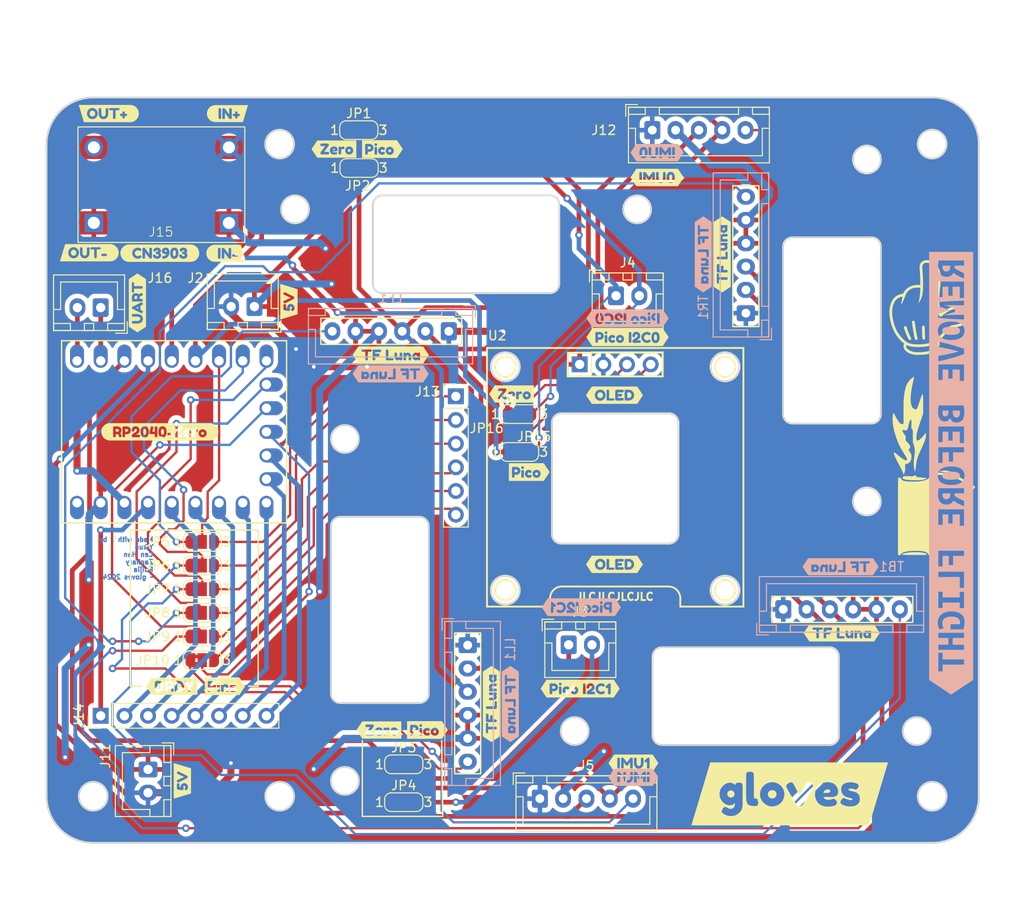
<source format=kicad_pcb>
(kicad_pcb (version 20221018) (generator pcbnew)
  (layers (0 "F.Cu" signal) (31 "B.Cu" signal) (34 "B.Paste" user) (35 "F.Paste" user) (36 "B.SilkS" user "B.Silkscreen") (37 "F.SilkS" user "F.Silkscreen") (38 "B.Mask" user) (39 "F.Mask" user) (44 "Edge.Cuts" user))
  (net 0 "")
  (net 1 "+5V")
  (net 2 "IMU1_SDA")
  (net 3 "IMU1_SCL")
  (net 4 "GND")
  (net 5 "LIDAR_B_DRDY")
  (net 6 "PICO_SDA1")
  (net 7 "PICO_SCL1")
  (net 8 "PICO_SDA0")
  (net 9 "PICO_SCL0")
  (net 10 "IMU1_DRDY")
  (net 11 "IMU0_SDA")
  (net 12 "IMU0_SCL")
  (net 13 "LIDAR_L_DRDY")
  (net 14 "LIDAR_F_DRDY")
  (net 15 "LIDAR_R_DRDY")
  (net 16 "OLED_SCL")
  (net 17 "OLED_SDA")
  (net 18 "IMU0_DRDY")
  (net 19 "Net-(J13-Pin_1)")
  (net 20 "Net-(J13-Pin_2)")
  (net 21 "Net-(J13-Pin_3)")
  (net 22 "Net-(J13-Pin_4)")
  (net 23 "Net-(J13-Pin_5)")
  (net 24 "Net-(J13-Pin_6)")
  (net 25 "Net-(J14-Pin_1)")
  (net 26 "Net-(J14-Pin_2)")
  (net 27 "Net-(J14-Pin_3)")
  (net 28 "Net-(J14-Pin_4)")
  (net 29 "Net-(J14-Pin_5)")
  (net 30 "Net-(J14-Pin_6)")
  (net 31 "Net-(J14-Pin_7)")
  (net 32 "Net-(J14-Pin_8)")
  (net 33 "+3.3V")
  (net 34 "ZERO_RX0_PICO_TX")
  (net 35 "ZERO_TX0_PICO_RX")
  (net 36 "ZERO_SDA0")
  (net 37 "ZERO_SCL0")
  (net 38 "ZERO_SDA1")
  (net 39 "ZERO_SCL1")
  (net 40 "Net-(JP5-C)")
  (net 41 "Net-(JP6-C)")
  (net 42 "Net-(JP7-C)")
  (net 43 "Net-(JP8-C)")
  (net 44 "Net-(JP9-C)")
  (net 45 "Net-(JP10-C)")
  (footprint "kibuzzard-65B88CBD" (layer "F.Cu") (at 107.315 85.725)
    (fp_text reference "kibuzzard-65B88CBD" hide)
    (fp_text value "G***" hide)
  )
  (footprint "kibuzzard-65B88AB7" (layer "F.Cu") (at 107.95 131.445)
    (fp_text reference "kibuzzard-65B88AB7" hide)
    (fp_text value "G***" hide)
  )
  (footprint "Connector_PinHeader_2.54mm:PinHeader_1x06_P2.54mm_Vertical" (layer "F.Cu") (at 88.9 92.075)
    (fp_text reference "J13")
    (fp_text value "Conn_01x06_Pin")
  )
  (footprint "Jumper:SolderJumper-3_P1.3mm_Bridged2Bar12_RoundedPad1.0x1.5mm_NumberLabels" (layer "F.Cu") (at 95.728 98.044)
    (fp_text reference "JP15")
    (fp_text value "SolderJumper_3_Bridged12")
  )
  (footprint "Jumper:SolderJumper-3_P1.3mm_Bridged2Bar12_RoundedPad1.0x1.5mm_NumberLabels" (layer "F.Cu") (at 61.692 107.696)
    (fp_text reference "JP5")
    (fp_text value "DRDY_SJumper")
  )
  (footprint "kibuzzard-65B88A26" (layer "F.Cu") (at 64.135 123.19)
    (fp_text reference "kibuzzard-65B88A26" hide)
    (fp_text value "G***" hide)
  )
  (footprint "kibuzzard-65B88EA6" (layer "F.Cu") (at 124.714 134.747)
    (fp_text reference "kibuzzard-65B88EA6" hide)
    (fp_text value "G***" hide)
  )
  (footprint "kibuzzard-65B88AD7" (layer "F.Cu") (at 57.15 95.885)
    (fp_text reference "kibuzzard-65B88AD7" hide)
    (fp_text value "G***" hide)
  )
  (footprint "kibuzzard-65B88C1A" (layer "F.Cu") (at 85.852 127.889)
    (fp_text reference "kibuzzard-65B88C1A" hide)
    (fp_text value "G***" hide)
  )
  (footprint "kibuzzard-65B88D4B" (layer "F.Cu") (at 81.915 87.63)
    (fp_text reference "kibuzzard-65B88D4B" hide)
    (fp_text value "G***" hide)
  )
  (footprint "kibuzzard-65B88B83" (layer "F.Cu") (at 70.993 81.915 90)
    (fp_text reference "kibuzzard-65B88B83" hide)
    (fp_text value "G***" hide)
  )
  (footprint "kibuzzard-65B88CCD" (layer "F.Cu") (at 102.235 123.444)
    (fp_text reference "kibuzzard-65B88CCD" hide)
    (fp_text value "G***" hide)
  )
  (footprint "RCJ-components:CN3903" (layer "F.Cu") (at 64.561732 73.464423 180)
    (fp_text reference "J15")
    (fp_text value "CN3903")
  )
  (footprint "Jumper:SolderJumper-3_P1.3mm_Bridged2Bar12_RoundedPad1.0x1.5mm_NumberLabels" (layer "F.Cu") (at 78.486 63.5)
    (fp_text reference "JP1")
    (fp_text value "SolderJumper_3_Bridged12")
  )
  (footprint "kibuzzard-65B88B83" (layer "F.Cu") (at 59.563 133.35 90)
    (fp_text reference "kibuzzard-65B88B83" hide)
    (fp_text value "G***" hide)
  )
  (footprint "Connector_JST:JST_XH_B2B-XH-A_1x02_P2.50mm_Vertical" (layer "F.Cu") (at 101.005 118.745)
    (fp_text reference "J3")
    (fp_text value "Pico-I2C1")
  )
  (footprint "Jumper:SolderJumper-3_P1.3mm_Bridged2Bar12_RoundedPad1.0x1.5mm_NumberLabels" (layer "F.Cu") (at 83.312 135.636)
    (fp_text reference "JP4")
    (fp_text value "SolderJumper_3_Bridged12")
  )
  (footprint "kibuzzard-65B88D4B" (layer "F.Cu") (at 130.302 117.475)
    (fp_text reference "kibuzzard-65B88D4B" hide)
    (fp_text value "G***" hide)
  )
  (footprint "kibuzzard-65B88C1A" (layer "F.Cu") (at 96.774 100.203)
    (fp_text reference "kibuzzard-65B88C1A" hide)
    (fp_text value "G***" hide)
  )
  (footprint "Jumper:SolderJumper-3_P1.3mm_Bridged2Bar12_RoundedPad1.0x1.5mm_NumberLabels" (layer "F.Cu") (at 61.692 120.396)
    (fp_text reference "JP10")
    (fp_text value "DRDY_SJumper")
  )
  (footprint "Jumper:SolderJumper-3_P1.3mm_Bridged2Bar12_RoundedPad1.0x1.5mm_NumberLabels" (layer "F.Cu") (at 78.516 67.564)
    (fp_text reference "JP2")
    (fp_text value "SolderJumper_3_Bridged12")
  )
  (footprint "Jumper:SolderJumper-3_P1.3mm_Bridged2Bar12_RoundedPad1.0x1.5mm_NumberLabels" (layer "F.Cu") (at 61.692 110.236)
    (fp_text reference "JP6")
    (fp_text value "DRDY_SJumper")
  )
  (footprint "kibuzzard-65B88C0A" (layer "F.Cu") (at 80.645 127.889)
    (fp_text reference "kibuzzard-65B88C0A" hide)
    (fp_text value "G***" hide)
  )
  (footprint "kibuzzard-65B88A19" (layer "F.Cu") (at 58.42 123.19)
    (fp_text reference "kibuzzard-65B88A19" hide)
    (fp_text value "G***" hide)
  )
  (footprint "Connector_JST:JST_XH_B2B-XH-A_1x02_P2.50mm_Vertical" (layer "F.Cu") (at 106.085 81.28)
    (fp_text reference "J4")
    (fp_text value "Pico-I2C2")
  )
  (footprint "Connector_JST:JST_XH_B5B-XH-A_1x05_P2.50mm_Vertical" (layer "F.Cu") (at 97.91 135.255)
    (fp_text reference "J5")
    (fp_text value "IMU1")
  )
  (footprint "kibuzzard-65B88E1E" (layer "F.Cu") (at 105.918 91.948)
    (fp_text reference "kibuzzard-65B88E1E" hide)
    (fp_text value "G***" hide)
  )
  (footprint "kibuzzard-65B88C0A" (layer "F.Cu") (at 75.819 65.532)
    (fp_text reference "kibuzzard-65B88C0A" hide)
    (fp_text value "G***" hide)
  )
  (footprint "Connector_JST:JST_XH_B5B-XH-A_1x05_P2.50mm_Vertical" (layer "F.Cu") (at 109.975 63.5)
    (fp_text reference "J12")
    (fp_text value "IMU0")
  )
  (footprint "Connector_JST:JST_XH_B2B-XH-A_1x02_P2.50mm_Vertical" (layer "F.Cu") (at 55.88 132.12 -90)
    (fp_text reference "J11")
    (fp_text value "5V")
  )
  (footprint "Connector_JST:JST_XH_B2B-XH-A_1x02_P2.50mm_Vertical" (layer "F.Cu") (at 67.29 82.44 180)
    (fp_text reference "J2")
    (fp_text value "5V")
  )
  (footprint "Connector_JST:JST_XH_B2B-XH-A_1x02_P2.50mm_Vertical" (layer "F.Cu") (at 50.8 82.55 180)
    (fp_text reference "J16")
    (fp_text value "Top_UART-JST-XH-1x02")
  )
  (footprint "Jumper:SolderJumper-3_P1.3mm_Bridged2Bar12_RoundedPad1.0x1.5mm_NumberLabels" (layer "F.Cu") (at 95.728 93.98)
    (fp_text reference "JP16")
    (fp_text value "SolderJumper_3_Bridged12")
  )
  (footprint "kibuzzard-65B88E1E" (layer "F.Cu") (at 105.918 110.109)
    (fp_text reference "kibuzzard-65B88E1E" hide)
    (fp_text value "G***" hide)
  )
  (footprint "kibuzzard-65B88B43" (layer "F.Cu") (at 54.737 82.042 90)
    (fp_text reference "kibuzzard-65B88B43" hide)
    (fp_text value "G***" hide)
  )
  (footprint "kibuzzard-65B88C0A" (layer "F.Cu") (at 94.869 91.821)
    (fp_text reference "kibuzzard-65B88C0A" hide)
    (fp_text value "G***" hide)
  )
  (footprint "Jumper:SolderJumper-3_P1.3mm_Bridged2Bar12_RoundedPad1.0x1.5mm_NumberLabels" (layer "F.Cu") (at 61.692 115.316)
    (fp_text reference "JP8")
    (fp_text value "DRDY_SJumper")
  )
  (footprint "RCJ-components:rp2040-zero-tht-pads" (layer "F.Cu") (at 58.42 95.885 90)
    (fp_text reference "U1" hide)
    (fp_text value "rp2040-zero" hide)
  )
  (footprint "kibuzzard-65B88A9E" (layer "F.Cu") (at 110.49 68.58)
    (fp_text reference "kibuzzard-65B88A9E" hide)
    (fp_text value "G***" hide)
  )
  (footprint "Jumper:SolderJumper-3_P1.3mm_Bridged2Bar12_RoundedPad1.0x1.5mm_NumberLabels" (layer "F.Cu") (at 61.692 112.776)
    (fp_text reference "JP7")
    (fp_text value "DRDY_SJumper")
  )
  (footprint "RCJ-components:mickey-gloves-10" (layer "F.Cu") (at 139.7508 83.0072)
    (fp_text reference "G***" hide)
    (fp_text value "LOGO" hide)
  )
  (footprint "Jumper:SolderJumper-3_P1.3mm_Bridged2Bar12_RoundedPad1.0x1.5mm_NumberLabels" (layer "F.Cu") (at 83.312 131.572)
    (fp_text reference "JP3")
    (fp_text value "SolderJumper_3_Bridged12")
  )
  (footprint "Connector_PinHeader_2.54mm:PinHeader_1x08_P2.54mm_Vertical" (layer "F.Cu") (at 50.8 126.365 90)
    (fp_text reference "J14")
    (fp_text value "Conn_01x08_Pin")
  )
  (footprint "kibuzzard-65B88C1A" (layer "F.Cu") (at 81.026 65.532)
    (fp_text reference "kibuzzard-65B88C1A" hide)
    (fp_text value "G***" hide)
  )
  (footprint "kibuzzard-65B88D4B" (layer "F.Cu") (at 92.71 125.095 90)
    (fp_text reference "kibuzzard-65B88D4B" hide)
    (fp_text value "G***" hide)
  )
  (footprint "Connector_PinHeader_2.54mm:PinHeader_1x04_P2.54mm_Vertical" (layer "F.Cu") (at 102.1842 88.646 90)
    (fp_text reference "U2")
    (fp_text value "OLED")
  )
  (footprint "Jumper:SolderJumper-3_P1.3mm_Bridged2Bar12_RoundedPad1.0x1.5mm_NumberLabels" (layer "F.Cu") (at 61.692 117.856)
    (fp_text reference "JP9")
    (fp_text value "DRDY_SJumper")
  )
  (footprint "kibuzzard-65B88D4B" (layer "F.Cu") (at 117.475 76.835 90)
    (fp_text reference "kibuzzard-65B88D4B" hide)
    (fp_text value "G***" hide)
  )
  (footprint "RCJ-components:lipofire-20h" (layer "F.Cu") (at 139.446 99.949)
    (fp_text reference "G***" hide)
    (fp_text value "LOGO" hide)
  )
  (footprint "kibuzzard-65B88CCD" (layer "B.Cu") (at 102.362 114.7064 180)
    (fp_text reference "kibuzzard-65B88CCD" hide)
    (fp_text value "G***" hide)
  )
  (footprint "kibuzzard-65B88A9E" (layer "B.Cu") (at 110.49 65.913 180)
    (fp_text reference "kibuzzard-65B88A9E" hide)
    (fp_text value "G***" hide)
  )
  (footprint "kibuzzard-65B88D4B" (layer "B.Cu") (at 115.443 76.835 -90)
    (fp_text reference "kibuzzard-65B88D4B" hide)
    (fp_text value "G***" hide)
  )
  (footprint "Connector_JST:JST_XH_B6B-XH-A_1x06_P2.50mm_Vertical" (layer "B.Cu") (at 120.015 83.145 90)
    (fp_text reference "TR1")
    (fp_text value "TF-Luna Right")
  )
  (footprint "kibuzzard-65B88AB7" (layer "B.Cu") (at 107.95 132.969 180)
    (fp_text reference "kibuzzard-65B88AB7" hide)
    (fp_text value "G***" hide)
  )
  (footprint "kibuzzard-65B8A084" (layer "B.Cu") (at 142.0368 100.33 -90)
    (fp_text reference "kibuzzard-65B8A084" hide)
    (fp_text value "G***" hide)
  )
  (footprint "Connector_JST:JST_XH_B6B-XH-A_1x06_P2.50mm_Vertical" (layer "B.Cu") (at 90.17 118.785 -90)
    (fp_text reference "LL1")
    (fp_text value "TF-Luna Left")
  )
  (footprint "kibuzzard-65B88D4B" (layer "B.Cu") (at 94.742 125.095 -90)
    (fp_text reference "kibuzzard-65B88D4B" hide)
    (fp_text value "G***" hide)
  )
  (footprint "kibuzzard-65B88D4B" (layer "B.Cu") (at 130.175 110.363 180)
    (fp_text reference "kibuzzard-65B88D4B" hide)
    (fp_text value "G***" hide)
  )
  (footprint "Connector_JST:JST_XH_B6B-XH-A_1x06_P2.50mm_Vertical" (layer "B.Cu") (at 124.025 114.935)
    (fp_text reference "TB1")
    (fp_text value "TF-Luna Back")
  )
  (footprint "Connector_JST:JST_XH_B6B-XH-A_1x06_P2.50mm_Vertical" (layer "B.Cu") (at 88.145 85.09 180)
    (fp_text reference "LF1")
    (fp_text value "TF-Luna Front")
  )
  (footprint "kibuzzard-65B88D4B" (layer "B.Cu") (at 81.915 89.662 180)
    (fp_text reference "kibuzzard-65B88D4B" hide)
    (fp_text value "G***" hide)
  )
  (footprint "kibuzzard-65B88CBD" (layer "B.Cu") (at 107.315 83.693 180)
    (fp_text reference "kibuzzard-65B88CBD" hide)
    (fp_text value "G***" hide)
  )
  (gr_line (start 111.78 93.9) (end 100.208 93.9) (stroke (width 0.2)) (layer "F.SilkS"))
  (gr_line (start 111.073962 87.389125) (end 100.913962 87.389125) (stroke (width 0.2)) (layer "F.SilkS"))
  (gr_line (start 67.691 123.19) (end 66.675 123.19) (stroke (width 0.15)) (layer "F.SilkS"))
  (gr_circle (center 102.183962 88.659125) (end 101.853762 88.659125) (stroke (width 0.2)) (fill none) (layer "F.SilkS"))
  (gr_line (start 99.008962 114.643325) (end 99.008962 113.754325) (stroke (width 0.2)) (layer "F.SilkS"))
  (gr_line (start 78.867 129.032) (end 78.867 137.16) (stroke (width 0.15)) (layer "F.SilkS"))
  (gr_line (start 87.249 137.16) (end 87.503 137.16) (stroke (width 0.15)) (layer "F.SilkS"))
  (gr_rect (start 46.609 86.106) (end 70.739 105.664) (stroke (width 0.15)) (fill none) (layer "F.SilkS"))
  (gr_line (start 92.239862 86.881125) (end 92.239862 114.643325) (stroke (width 0.2)) (layer "F.SilkS"))
  (gr_line (start 100.208 107.878) (end 111.78 107.878) (stroke (width 0.2)) (layer "F.SilkS"))
  (gr_circle (center 117.779562 112.878025) (end 116.674662 112.878025) (stroke (width 0.2)) (fill none) (layer "F.SilkS"))
  (gr_line (start 111.073962 88.059125) (end 111.073962 87.389125) (stroke (width 0.2)) (layer "F.SilkS"))
  (gr_line (start 87.503 137.16) (end 87.376 129.032) (stroke (width 0.15)) (layer "F.SilkS"))
  (gr_circle (center 94.208362 88.900425) (end 93.103462 88.900425) (stroke (width 0.2)) (fill none) (layer "F.SilkS"))
  (gr_circle (center 94.208362 112.878025) (end 93.103462 112.878025) (stroke (width 0.2)) (fill none) (layer "F.SilkS"))
  (gr_arc (start 100.208 107.878) (mid 99.500893 107.585107) (end 99.208 106.878) (stroke (width 0.2)) (layer "F.SilkS"))
  (gr_circle (center 94.208 112.878) (end 92.658 112.878) (stroke (width 0.2)) (fill none) (layer "F.SilkS"))
  (gr_line (start 53.975 106.426) (end 67.691 106.426) (stroke (width 0.15)) (layer "F.SilkS"))
  (gr_circle (center 117.78 112.878) (end 116.23 112.878) (stroke (width 0.2)) (fill none) (layer "F.SilkS"))
  (gr_line (start 100.278962 112.484325) (end 111.708962 112.484325) (stroke (width 0.2)) (layer "F.SilkS"))
  (gr_arc (start 99.208 94.9) (mid 99.500893 94.192893) (end 100.208 93.9) (stroke (width 0.2)) (layer "F.SilkS"))
  (gr_rect (start 118.618 69.469) (end 121.412 84.582) (stroke (width 0.15)) (fill none) (layer "F.SilkS"))
  (gr_line (start 111.073962 89.259125) (end 111.073962 88.059125) (stroke (width 0.2)) (layer "F.SilkS"))
  (gr_line (start 112.78 106.878) (end 112.78 94.9) (stroke (width 0.2)) (layer "F.SilkS"))
  (gr_line (start 100.913962 89.929125) (end 111.073962 89.929125) (stroke (width 0.2)) (layer "F.SilkS"))
  (gr_line (start 111.073962 89.929125) (end 111.073962 89.259125) (stroke (width 0.2)) (layer "F.SilkS"))
  (gr_line (start 100.913962 87.389125) (end 100.913962 88.059125) (stroke (width 0.2)) (layer "F.SilkS"))
  (gr_line (start 55.245 123.19) (end 53.975 123.19) (stroke (width 0.15)) (layer "F.SilkS"))
  (gr_rect (start 74.422 83.693) (end 89.535 86.487) (stroke (width 0.15)) (fill none) (layer "F.SilkS"))
  (gr_line (start 119.748062 86.881125) (end 92.239862 86.881125) (stroke (width 0.2)) (layer "F.SilkS"))
  (gr_circle (center 94.208 88.9) (end 92.658 88.9) (stroke (width 0.2)) (fill none) (layer "F.SilkS"))
  (gr_circle (center 117.78 88.9) (end 116.23 88.9) (stroke (width 0.2)) (fill none) (layer "F.SilkS"))
  (gr_line (start 112.978962 113.754325) (end 112.978962 114.643325) (stroke (width 0.2)) (layer "F.SilkS"))
  (gr_arc (start 112.78 106.878) (mid 112.487107 107.585107) (end 111.78 107.878) (stroke (width 0.2)) (layer "F.SilkS"))
  (gr_line (start 119.748062 114.643325) (end 119.748062 86.881125) (stroke (width 0.2)) (layer "F.SilkS"))
  (gr_line (start 100.913962 89.259125) (end 100.913962 89.929125) (stroke (width 0.2)) (layer "F.SilkS"))
  (gr_circle (center 117.779562 88.900425) (end 116.674662 88.900425) (stroke (width 0.2)) (fill none) (layer "F.SilkS"))
  (gr_rect (start 88.773 117.475) (end 91.567 132.588) (stroke (width 0.15)) (fill none) (layer "F.SilkS"))
  (gr_circle (center 109.803962 88.659125) (end 109.473762 88.659125) (stroke (width 0.2)) (fill none) (layer "F.SilkS"))
  (gr_arc (start 111.708962 112.484325) (mid 112.607003 112.856287) (end 112.978962 113.754325) (stroke (width 0.2)) (layer "F.SilkS"))
  (gr_line (start 100.913962 88.059125) (end 100.913962 89.259125) (stroke (width 0.2)) (layer "F.SilkS"))
  (gr_circle (center 104.723962 88.659125) (end 104.393762 88.659125) (stroke (width 0.2)) (fill none) (layer "F.SilkS"))
  (gr_line (start 92.239862 114.643325) (end 99.008962 114.643325) (stroke (width 0.2)) (layer "F.SilkS"))
  (gr_line (start 99.208 94.9) (end 99.208 106.878) (stroke (width 0.2)) (layer "F.SilkS"))
  (gr_circle (center 107.263962 88.659125) (end 106.933762 88.659125) (stroke (width 0.2)) (fill none) (layer "F.SilkS"))
  (gr_arc (start 99.008962 113.754325) (mid 99.380925 112.85627) (end 100.278962 112.484325) (stroke (width 0.2)) (layer "F.SilkS"))
  (gr_line (start 112.978962 114.643325) (end 119.748062 114.643325) (stroke (width 0.2)) (layer "F.SilkS"))
  (gr_line (start 53.975 123.19) (end 53.975 106.426) (stroke (width 0.15)) (layer "F.SilkS"))
  (gr_arc (start 111.78 93.9) (mid 112.487107 94.192893) (end 112.78 94.9) (stroke (width 0.2)) (layer "F.SilkS"))
  (gr_line (start 67.691 106.426) (end 67.691 123.19) (stroke (width 0.15)) (layer "F.SilkS"))
  (gr_line (start 78.867 137.16) (end 87.249 137.16) (stroke (width 0.15)) (layer "F.SilkS"))
  (gr_rect (start 122.809 113.538) (end 137.922 116.332) (stroke (width 0.15)) (fill none) (layer "F.SilkS"))
  (gr_circle (center 117.776 88.901) (end 119.326 88.901) (stroke (width 0.2)) (fill none) (layer "Edge.Cuts"))
  (gr_line (start 100.204 93.901) (end 111.776 93.901) (stroke (width 0.2)) (layer "Edge.Cuts"))
  (gr_circle (center 50 135) (end 51.55 135) (stroke (width 0.2)) (fill none) (layer "Edge.Cuts"))
  (gr_arc (start 133.5 75) (mid 134.207107 75.292893) (end 134.5 76) (stroke (width 0.2)) (layer "Edge.Cuts"))
  (gr_circle (center 133 103.35) (end 134.5 103.35) (stroke (width 0.2)) (fill none) (layer "Edge.Cuts"))
  (gr_circle (center 77 96.65) (end 78.5 96.65) (stroke (width 0.2)) (fill none) (layer "Edge.Cuts"))
  (gr_line (start 110 128.5) (end 110 120) (stroke (width 0.2)) (layer "Edge.Cuts"))
  (gr_arc (start 45 65) (mid 46.464466 61.464466) (end 50 60) (stroke (width 0.2)) (layer "Edge.Cuts"))
  (gr_line (start 134.5 76) (end 134.5 94) (stroke (width 0.2)) (layer "Edge.Cuts"))
  (gr_arc (start 124 76) (mid 124.292893 75.292893) (end 125 75) (stroke (width 0.2)) (layer "Edge.Cuts"))
  (gr_line (start 145 135) (end 145 65) (stroke (width 0.2)) (layer "Edge.Cuts"))
  (gr_arc (start 86 124) (mid 85.707107 124.707107) (end 85 125) (stroke (width 0.2)) (layer "Edge.Cuts"))
  (gr_arc (start 129 119) (mid 129.707107 119.292893) (end 130 120) (stroke (width 0.2)) (layer "Edge.Cuts"))
  (gr_line (start 99.204 106.879) (end 99.204 94.901) (stroke (width 0.2)) (layer "Edge.Cuts"))
  (gr_arc (start 111 129.5) (mid 110.292893 129.207107) (end 110 128.5) (stroke (width 0.2)) (layer "Edge.Cuts"))
  (gr_circle (center 94.204 88.901) (end 95.754 88.901) (stroke (width 0.2)) (fill none) (layer "Edge.Cuts"))
  (gr_line (start 124 94) (end 124 76) (stroke (width 0.2)) (layer "Edge.Cuts"))
  (gr_line (start 125 75) (end 133.5 75) (stroke (width 0.2)) (layer "Edge.Cuts"))
  (gr_line (start 75.5 124) (end 75.5 106) (stroke (width 0.2)) (layer "Edge.Cuts"))
  (gr_line (start 112.776 94.901) (end 112.776 106.879) (stroke (width 0.2)) (layer "Edge.Cuts"))
  (gr_line (start 99 81) (end 81 81) (stroke (width 0.2)) (layer "Edge.Cuts"))
  (gr_arc (start 81 81) (mid 80.292893 80.707107) (end 80 80) (stroke (width 0.2)) (layer "Edge.Cuts"))
  (gr_circle (center 108.35 72) (end 109.85 72) (stroke (width 0.2)) (fill none) (layer "Edge.Cuts"))
  (gr_line (start 133.5 95) (end 125 95) (stroke (width 0.2)) (layer "Edge.Cuts"))
  (gr_arc (start 76.5 125) (mid 75.792893 124.707107) (end 75.5 124) (stroke (width 0.2)) (layer "Edge.Cuts"))
  (gr_circle (center 101.65 128) (end 103.15 128) (stroke (width 0.2)) (fill none) (layer "Edge.Cuts"))
  (gr_line (start 81 70.5) (end 99 70.5) (stroke (width 0.2)) (layer "Edge.Cuts"))
  (gr_arc (start 110 120) (mid 110.292893 119.292893) (end 111 119) (stroke (width 0.2)) (layer "Edge.Cuts"))
  (gr_arc (start 111.776 93.901) (mid 112.483107 94.193893) (end 112.776 94.901) (stroke (width 0.2)) (layer "Edge.Cuts"))
  (gr_arc (start 134.5 94) (mid 134.207107 94.707107) (end 133.5 95) (stroke (width 0.2)) (layer "Edge.Cuts"))
  (gr_circle (center 140 135) (end 141.55 135) (stroke (width 0.2)) (fill none) (layer "Edge.Cuts"))
  (gr_arc (start 99 70.5) (mid 99.707107 70.792893) (end 100 71.5) (stroke (width 0.2)) (layer "Edge.Cuts"))
  (gr_line (start 80 80) (end 80 71.5) (stroke (width 0.2)) (layer "Edge.Cuts"))
  (gr_circle (center 70 65) (end 71.55 65) (stroke (width 0.2)) (fill none) (layer "Edge.Cuts"))
  (gr_arc (start 99.204 94.901) (mid 99.496893 94.193893) (end 100.204 93.901) (stroke (width 0.2)) (layer "Edge.Cuts"))
  (gr_circle (center 70 135) (end 71.55 135) (stroke (width 0.2)) (fill none) (layer "Edge.Cuts"))
  (gr_arc (start 125 95) (mid 124.292893 94.707107) (end 124 94) (stroke (width 0.2)) (layer "Edge.Cuts"))
  (gr_circle (center 140 65) (end 141.55 65) (stroke (width 0.2)) (fill none) (layer "Edge.Cuts"))
  (gr_arc (start 140 60) (mid 143.535534 61.464466) (end 145 65) (stroke (width 0.2)) (layer "Edge.Cuts"))
  (gr_arc (start 100 80) (mid 99.707107 80.707107) (end 99 81) (stroke (width 0.2)) (layer "Edge.Cuts"))
  (gr_arc (start 145 135) (mid 143.535534 138.535534) (end 140 140) (stroke (width 0.2)) (layer "Edge.Cuts"))
  (gr_circle (center 138.35 128) (end 139.85 128) (stroke (width 0.2)) (fill none) (layer "Edge.Cuts"))
  (gr_circle (center 117.776 112.879) (end 119.326 112.879) (stroke (width 0.2)) (fill none) (layer "Edge.Cuts"))
  (gr_circle (center 133 66.65) (end 134.5 66.65) (stroke (width 0.2)) (fill none) (layer "Edge.Cuts"))
  (gr_line (start 100 71.5) (end 100 80) (stroke (width 0.2)) (layer "Edge.Cuts"))
  (gr_arc (start 130 128.5) (mid 129.707107 129.207107) (end 129 129.5) (stroke (width 0.2)) (layer "Edge.Cuts"))
  (gr_line (start 45 65) (end 45 135) (stroke (width 0.2)) (layer "Edge.Cuts"))
  (gr_circle (center 77 133.35) (end 78.5 133.35) (stroke (width 0.2)) (fill none) (layer "Edge.Cuts"))
  (gr_line (start 50 140) (end 140 140) (stroke (width 0.2)) (layer "Edge.Cuts"))
  (gr_line (start 111 119) (end 129 119) (stroke (width 0.2)) (layer "Edge.Cuts"))
  (gr_line (start 140 60) (end 50 60) (stroke (width 0.2)) (layer "Edge.Cuts"))
  (gr_arc (start 50 140) (mid 46.464466 138.535534) (end 45 135) (stroke (width 0.2)) (layer "Edge.Cuts"))
  (gr_arc (start 85 105) (mid 85.707107 105.292893) (end 86 106) (stroke (width 0.2)) (layer "Edge.Cuts"))
  (gr_arc (start 80 71.5) (mid 80.292893 70.792893) (end 81 70.5) (stroke (width 0.2)) (layer "Edge.Cuts"))
  (gr_line (start 129 129.5) (end 111 129.5) (stroke (width 0.2)) (layer "Edge.Cuts"))
  (gr_arc (start 75.5 106) (mid 75.792893 105.292893) (end 76.5 105) (stroke (width 0.2)) (layer "Edge.Cuts"))
  (gr_line (start 130 120) (end 130 128.5) (stroke (width 0.2)) (layer "Edge.Cuts"))
  (gr_arc (start 100.204 107.879) (mid 99.496893 107.586107) (end 99.204 106.879) (stroke (width 0.2)) (layer "Edge.Cuts"))
  (gr_circle (center 71.65 72) (end 73.15 72) (stroke (width 0.2)) (fill none) (layer "Edge.Cuts"))
  (gr_arc (start 112.776 106.879) (mid 112.483107 107.586107) (end 111.776 107.879) (stroke (width 0.2)) (layer "Edge.Cuts"))
  (gr_line (start 86 106) (end 86 124) (stroke (width 0.2)) (layer "Edge.Cuts"))
  (gr_circle (center 94.204 112.879) (end 95.754 112.879) (stroke (width 0.2)) (fill none) (layer "Edge.Cuts"))
  (gr_line (start 85 125) (end 76.5 125) (stroke (width 0.2)) (layer "Edge.Cuts"))
  (gr_line (start 76.5 105) (end 85 105) (stroke (width 0.2)) (layer "Edge.Cuts"))
  (gr_line (start 111.776 107.879) (end 100.204 107.879) (stroke (width 0.2)) (layer "Edge.Cuts"))
  (gr_text "Made with   by\nYikun\nCen Han\nZachary\nRuijia\n~ gloves 2024\n" (at 56.515 111.76) (layer "B.Cu") (effects (font (size 0.5 0.5) (thickness 0.125) bold) (justify left bottom mirror)))
  (gr_text "♡" (at 52.5272 107.823) (layer "B.Cu") (effects (font (size 0.6 0.6) (thickness 0.15) bold) (justify left bottom mirror)))
  (gr_text "JLCJLCJLCJLC" (at 101.727 114.046) (layer "F.SilkS") (effects (font (size 0.8 0.8) (thickness 0.2) bold) (justify left bottom)))
  (segment (start 73.66 88.9) (end 79.375 88.9) (width 0.76) (layer "F.Cu") (net 1))
  (segment (start 66.04 84.405362) (end 64.79 83.155362) (width 0.76) (layer "F.Cu") (net 1))
  (segment (start 88.145 85.09) (end 93.98 85.09) (width 0.76) (layer "F.Cu") (net 1))
  (segment (start 55.88 134.62) (end 62.865 134.62) (width 0.76) (layer "F.Cu") (net 1))
  (segment (start 64.79 83.155362) (end 64.79 82.44) (width 0.76) (layer "F.Cu") (net 1))
  (segment (start 69.165362 84.405362) (end 66.04 84.405362) (width 0.76) (layer "F.Cu") (net 1))
  (segment (start 71.755 86.995) (end 69.165362 84.405362) (width 0.76) (layer "F.Cu") (net 1))
  (segment (start 62.865 134.62) (end 64.77 132.715) (width 0.76) (layer "F.Cu") (net 1))
  (segment (start 64.77 132.715) (end 64.77 131.445) (width 0.76) (layer "F.Cu") (net 1))
  (via (at 73.66 88.9) (size 0.8) (drill 0.4) (layers "F.Cu" "B.Cu") (net 1))
  (via (at 93.98 85.09) (size 0.8) (drill 0.4) (layers "F.Cu" "B.Cu") (net 1))
  (via (at 64.77 131.445) (size 0.8) (drill 0.4) (layers "F.Cu" "B.Cu") (net 1))
  (via (at 71.755 86.995) (size 0.8) (drill 0.4) (layers "F.Cu" "B.Cu") (net 1))
  (via (at 79.375 88.9) (size 0.8) (drill 0.4) (layers "F.Cu" "B.Cu") (net 1))
  (segment (start 129.032 133.096) (end 107.569 133.096) (width 0.5) (layer "F.Cu") (net 2))
  (segment (start 83.312 132.208396) (end 85.215604 134.112) (width 0.5) (layer "F.Cu") (net 2))
  (segment (start 126.826 114.935) (end 132.588 120.697) (width 0.5) (layer "F.Cu") (net 2))
  (segment (start 96.52 132.588) (end 102.743 132.588) (width 0.5) (layer "F.Cu") (net 2))
  (segment (start 126.525 114.935) (end 126.826 114.935) (width 0.5) (layer "F.Cu") (net 2))
  (segment (start 83.312 131.572) (end 83.312 132.208396) (width 0.5) (layer "F.Cu") (net 2))
  (segment (start 85.215604 134.112) (end 94.996 134.112) (width 0.5) (layer "F.Cu") (net 2))
  (segment (start 132.588 120.697) (end 132.588 129.54) (width 0.5) (layer "F.Cu") (net 2))
  (segment (start 121.92 110.33) (end 126.525 114.935) (width 0.5) (layer "F.Cu") (net 2))
  (segment (start 94.996 134.112) (end 96.52 132.588) (width 0.5) (layer "F.Cu") (net 2))
  (segment (start 107.569 133.096) (end 105.41 135.255) (width 0.5) (layer "F.Cu") (net 2))
  (segment (start 102.743 132.588) (end 105.41 135.255) (width 0.5) (layer "F.Cu") (net 2))
  (segment (start 132.588 129.54) (end 129.032 133.096) (width 0.5) (layer "F.Cu") (net 2))
  (segment (start 120.015 80.645) (end 121.92 82.55) (width 0.5) (layer "F.Cu") (net 2))
  (segment (start 121.92 82.55) (end 121.92 110.33) (width 0.5) (layer "F.Cu") (net 2))
  (segment (start 100.584 137.16) (end 128.016 137.16) (width 0.5) (layer "F.Cu") (net 3))
  (segment (start 122.936 108.846) (end 129.025 114.935) (width 0.5) (layer "F.Cu") (net 3))
  (segment (start 100.584 137.16) (end 101.005 137.16) (width 0.5) (layer "F.Cu") (net 3))
  (segment (start 134.62 120.53) (end 129.025 114.935) (width 0.5) (layer "F.Cu") (net 3))
  (segment (start 101.005 137.16) (end 102.91 135.255) (width 0.5) (layer "F.Cu") (net 3))
  (segment (start 84.199604 137.16) (end 100.584 137.16) (width 0.5) (layer "F.Cu") (net 3))
  (segment (start 83.312 136.272396) (end 84.199604 137.16) (width 0.5) (layer "F.Cu") (net 3))
  (segment (start 120.015 78.145) (end 122.936 81.066) (width 0.5) (layer "F.Cu") (net 3))
  (segment (start 122.936 81.066) (end 122.936 108.846) (width 0.5) (layer "F.Cu") (net 3))
  (segment (start 83.312 135.636) (end 83.312 136.272396) (width 0.5) (layer "F.Cu") (net 3))
  (segment (start 134.62 130.556) (end 134.62 120.53) (width 0.5) (layer "F.Cu") (net 3))
  (segment (start 128.016 137.16) (end 134.62 130.556) (width 0.5) (layer "F.Cu") (net 3))
  (segment (start 49.53 111.76) (end 49.53 118.11) (width 0.76) (layer "F.Cu") (net 4))
  (segment (start 49.53 118.11) (end 49.53 118.745) (width 0.76) (layer "F.Cu") (net 4))
  (via (at 74.93 76.2) (size 0.8) (drill 0.4) (layers "F.Cu" "B.Cu") (net 4))
  (via (at 74.295 113.03) (size 0.8) (drill 0.4) (layers "F.Cu" "B.Cu") (net 4))
  (via (at 75.565 80.01) (size 0.8) (drill 0.4) (layers "F.Cu" "B.Cu") (net 4))
  (via (at 49.53 111.76) (size 0.8) (drill 0.4) (layers "F.Cu" "B.Cu") (net 4))
  (via (at 46.99 130.81) (size 0.8) (drill 0.4) (layers "F.Cu" "B.Cu") (net 4))
  (via (at 73.66 132.08) (size 0.8) (drill 0.4) (layers "F.Cu" "B.Cu") (net 4))
  (via (at 104.775 130.175) (size 0.8) (drill 0.4) (layers "F.Cu" "B.Cu") (net 4))
  (via (at 49.53 118.745) (size 0.8) (drill 0.4) (layers "F.Cu" "B.Cu") (net 4))
  (segment (start 74.295 91.44) (end 80.645 85.09) (width 0.76) (layer "B.Cu") (net 4))
  (segment (start 46.99 121.285) (end 46.99 130.81) (width 0.76) (layer "B.Cu") (net 4))
  (segment (start 122.555 70.605) (end 122.555 69.85) (width 0.76) (layer "B.Cu") (net 4))
  (segment (start 76.955 128.785) (end 73.66 132.08) (width 0.76) (layer "B.Cu") (net 4))
  (segment (start 74.295 113.03) (end 74.295 91.44) (width 0.76) (layer "B.Cu") (net 4))
  (segment (start 74.319162 75.589162) (end 74.93 76.2) (width 0.76) (layer "B.Cu") (net 4))
  (segment (start 120.015 73.145) (end 122.555 70.605) (width 0.76) (layer "B.Cu") (net 4))
  (segment (start 119.935 67.23) (end 116.205 67.23) (width 0.76) (layer "B.Cu") (net 4))
  (segment (start 66.686471 75.589162) (end 74.319162 75.589162) (width 0.76) (layer "B.Cu") (net 4))
  (segment (start 49.59 105.055904) (end 49.53 105.115904) (width 0.76) (layer "B.Cu") (net 4))
  (segment (start 116.205 67.23) (end 112.475 63.5) (width 0.76) (layer "B.Cu") (net 4))
  (segment (start 122.555 69.85) (end 119.935 67.23) (width 0.76) (layer "B.Cu") (net 4))
  (segment (start 64.561732 73.464423) (end 66.686471 75.589162) (width 0.76) (layer "B.Cu") (net 4))
  (segment (start 90.17 128.785) (end 76.955 128.785) (width 0.76) (layer "B.Cu") (net 4))
  (segment (start 100.41 134.54) (end 104.775 130.175) (width 0.76) (layer "B.Cu") (net 4))
  (segment (start 69.72 80.01) (end 75.565 80.01) (width 0.76) (layer "B.Cu") (net 4))
  (segment (start 49.53 105.115904) (end 49.53 111.76) (width 0.76) (layer "B.Cu") (net 4))
  (segment (start 100.41 135.255) (end 100.41 134.54) (width 0.76) (layer "B.Cu") (net 4))
  (segment (start 67.29 82.44) (end 69.72 80.01) (width 0.76) (layer "B.Cu") (net 4))
  (segment (start 49.53 118.745) (end 46.99 121.285) (width 0.76) (layer "B.Cu") (net 4))
  (segment (start 50.8 103.505) (end 49.59 104.715) (width 0.76) (layer "B.Cu") (net 4))
  (segment (start 49.59 104.715) (end 49.59 105.055904) (width 0.76) (layer "B.Cu") (net 4))
  (segment (start 58.928 112.776) (end 60.392 112.776) (width 0.25) (layer "F.Cu") (net 5))
  (via (at 58.928 112.776) (size 0.8) (drill 0.4) (layers "F.Cu" "B.Cu") (net 5))
  (segment (start 136.525 124.46) (end 121.92 139.065) (width 0.25) (layer "B.Cu") (net 5))
  (segment (start 52.07 125.095) (end 53.975 123.19) (width 0.25) (layer "B.Cu") (net 5))
  (segment (start 53.975 116.205) (end 55.88 114.3) (width 0.25) (layer "B.Cu") (net 5))
  (segment (start 63.717 132.715) (end 61.595 130.593) (width 0.25) (layer "B.Cu") (net 5))
  (segment (start 52.07 127.415425) (end 52.07 125.095) (width 0.25) (layer "B.Cu") (net 5))
  (segment (start 71.755 132.715) (end 63.717 132.715) (width 0.25) (layer "B.Cu") (net 5))
  (segment (start 57.404 114.3) (end 58.928 112.776) (width 0.25) (layer "B.Cu") (net 5))
  (segment (start 78.105 139.065) (end 71.755 132.715) (width 0.25) (layer "B.Cu") (net 5))
  (segment (start 53.975 123.19) (end 53.975 116.205) (width 0.25) (layer "B.Cu") (net 5))
  (segment (start 61.595 130.593) (end 55.247575 130.593) (width 0.25) (layer "B.Cu") (net 5))
  (segment (start 55.247575 130.593) (end 52.07 127.415425) (width 0.25) (layer "B.Cu") (net 5))
  (segment (start 121.92 139.065) (end 78.105 139.065) (width 0.25) (layer "B.Cu") (net 5))
  (segment (start 55.88 114.3) (end 57.404 114.3) (width 0.25) (layer "B.Cu") (net 5))
  (segment (start 136.525 114.935) (end 136.525 124.46) (width 0.25) (layer "B.Cu") (net 5))
  (segment (start 101.005 123.023) (end 101.005 118.745) (width 0.5) (layer "F.Cu") (net 6))
  (segment (start 90.932 133.096) (end 101.005 123.023) (width 0.5) (layer "F.Cu") (net 6))
  (segment (start 84.612 131.572) (end 86.136 133.096) (width 0.5) (layer "F.Cu") (net 6))
  (segment (start 86.136 133.096) (end 90.932 133.096) (width 0.5) (layer "F.Cu") (net 6))
  (segment (start 84.612 135.636) (end 88.9 135.636) (width 0.5) (layer "F.Cu") (net 7))
  (via (at 88.9 135.636) (size 0.8) (drill 0.4) (layers "F.Cu" "B.Cu") (net 7))
  (segment (start 103.505 122.047) (end 103.505 118.745) (width 0.5) (layer "B.Cu") (net 7))
  (segment (start 89.916 135.636) (end 103.505 122.047) (width 0.5) (layer "B.Cu") (net 7))
  (segment (start 88.9 135.636) (end 89.916 135.636) (width 0.5) (layer "B.Cu") (net 7))
  (segment (start 97.827 97.245) (end 97.827 96.52) (width 0.25) (layer "F.Cu") (net 8))
  (segment (start 97.028 98.044) (end 97.827 97.245) (width 0.25) (layer "F.Cu") (net 8))
  (segment (start 102.108 69.85) (end 95.758 63.5) (width 0.5) (layer "F.Cu") (net 8))
  (segment (start 95.758 63.5) (end 79.786 63.5) (width 0.5) (layer "F.Cu") (net 8))
  (segment (start 102.108 74.764) (end 102.108 69.85) (width 0.5) (layer "F.Cu") (net 8))
  (via (at 97.827 96.52) (size 0.8) (drill 0.4) (layers "F.Cu" "B.Cu") (net 8))
  (via (at 102.108 74.764) (size 0.8) (drill 0.4) (layers "F.Cu" "B.Cu") (net 8))
  (segment (start 106.085 80.177) (end 106.085 81.28) (width 0.5) (layer "B.Cu") (net 8))
  (segment (start 105.41 81.28) (end 106.085 81.28) (width 0.25) (layer "B.Cu") (net 8))
  (segment (start 97.827 96.52) (end 97.827 88.863) (width 0.25) (layer "B.Cu") (net 8))
  (segment (start 102.108 74.764) (end 102.108 76.2) (width 0.5) (layer "B.Cu") (net 8))
  (segment (start 102.108 76.2) (end 106.085 80.177) (width 0.5) (layer "B.Cu") (net 8))
  (segment (start 97.827 88.863) (end 105.41 81.28) (width 0.25) (layer "B.Cu") (net 8))
  (segment (start 97.573 67.564) (end 79.816 67.564) (width 0.5) (layer "F.Cu") (net 9))
  (segment (start 98.933 92.075) (end 97.028 93.98) (width 0.25) (layer "F.Cu") (net 9))
  (segment (start 100.838 70.829) (end 100.683 70.829) (width 0.5) (layer "F.Cu") (net 9))
  (segment (start 99.06 92.075) (end 98.933 92.075) (width 0.25) (layer "F.Cu") (net 9))
  (segment (start 100.838 70.829) (end 97.573 67.564) (width 0.5) (layer "F.Cu") (net 9))
  (via (at 100.838 70.829) (size 0.8) (drill 0.4) (layers "F.Cu" "B.Cu") (net 9))
  (via (at 99.06 92.075) (size 0.8) (drill 0.4) (layers "F.Cu" "B.Cu") (net 9))
  (segment (start 99.06 92.075) (end 99.06 88.9) (width 0.25) (layer "B.Cu") (net 9))
  (segment (start 107.315 83.185) (end 108.585 81.915) (width 0.25) (layer "B.Cu") (net 9))
  (segment (start 108.585 81.915) (end 108.585 81.28) (width 0.25) (layer "B.Cu") (net 9))
  (segment (start 100.838 70.829) (end 108.585 78.576) (width 0.5) (layer "B.Cu") (net 9))
  (segment (start 99.06 88.9) (end 104.775 83.185) (width 0.25) (layer "B.Cu") (net 9))
  (segment (start 104.775 83.185) (end 107.315 83.185) (width 0.25) (layer "B.Cu") (net 9))
  (segment (start 108.585 78.576) (end 108.585 81.28) (width 0.5) (layer "B.Cu") (net 9))
  (segment (start 71.12 123.19) (end 62.23 123.19) (width 0.25) (layer "F.Cu") (net 10))
  (segment (start 86.36 130.175) (end 86.233 130.175) (width 0.25) (layer "F.Cu") (net 10))
  (segment (start 74.295 126.365) (end 71.12 123.19) (width 0.25) (layer "F.Cu") (net 10))
  (segment (start 86.233 130.175) (end 82.423 126.365) (width 0.25) (layer "F.Cu") (net 10))
  (segment (start 60.392 121.352) (end 60.392 120.396) (width 0.25) (layer "F.Cu") (net 10))
  (segment (start 82.423 126.365) (end 74.295 126.365) (width 0.25) (layer "F.Cu") (net 10))
  (segment (start 62.23 123.19) (end 60.392 121.352) (width 0.25) (layer "F.Cu") (net 10))
  (via (at 86.36 130.175) (size 0.8) (drill 0.4) (layers "F.Cu" "B.Cu") (net 10))
  (segment (start 88.646 137.795) (end 105.37 137.795) (width 0.25) (layer "B.Cu") (net 10))
  (segment (start 105.37 137.795) (end 107.91 135.255) (width 0.25) (layer "B.Cu") (net 10))
  (segment (start 87.376 131.191) (end 87.376 136.525) (width 0.25) (layer "B.Cu") (net 10))
  (segment (start 87.376 136.525) (end 88.646 137.795) (width 0.25) (layer "B.Cu") (net 10))
  (segment (start 86.36 130.175) (end 87.376 131.191) (width 0.25) (layer "B.Cu") (net 10))
  (segment (start 79.141 61.595) (end 78.486 62.25) (width 0.5) (layer "F.Cu") (net 11))
  (segment (start 104.14 80.264) (end 104.14 72.136) (width 0.5) (layer "F.Cu") (net 11))
  (segment (start 92.71 120.015) (end 91.44 121.285) (width 0.5) (layer "F.Cu") (net 11))
  (segment (start 85.645 85.09) (end 91.595 91.04) (width 0.5) (layer "F.Cu") (net 11))
  (segment (start 79.883 61.595) (end 79.141 61.595) (width 0.5) (layer "F.Cu") (net 11))
  (segment (start 92.71 86.36) (end 98.044 86.36) (width 0.5) (layer "F.Cu") (net 11))
  (segment (start 91.44 121.285) (end 90.17 121.285) (width 0.5) (layer "F.Cu") (net 11))
  (segment (start 87.55 86.995) (end 92.075 86.995) (width 0.5) (layer "F.Cu") (net 11))
  (segment (start 85.645 85.09) (end 87.55 86.995) (width 0.5) (layer "F.Cu") (net 11))
  (segment (start 107.696 68.58) (end 112.395 68.58) (width 0.5) (layer "F.Cu") (net 11))
  (segment (start 78.486 62.25) (end 78.486 63.5) (width 0.5) (layer "F.Cu") (net 11))
  (segment (start 92.075 86.995) (end 92.71 86.36) (width 0.5) (layer "F.Cu") (net 11))
  (segment (start 115.57 61.595) (end 117.475 63.5) (width 0.5) (layer "F.Cu") (net 11))
  (segment (start 98.044 86.36) (end 104.14 80.264) (width 0.5) (layer "F.Cu") (net 11))
  (segment (start 92.71 115.57) (end 92.71 120.015) (width 0.5) (layer "F.Cu") (net 11))
  (segment (start 91.595 91.04) (end 91.595 114.455) (width 0.5) (layer "F.Cu") (net 11))
  (segment (start 79.883 61.595) (end 115.57 61.595) (width 0.5) (layer "F.Cu") (net 11))
  (segment (start 91.595 114.455) (end 92.71 115.57) (width 0.5) (layer "F.Cu") (net 11))
  (segment (start 104.14 72.136) (end 107.696 68.58) (width 0.5) (layer "F.Cu") (net 11))
  (segment (start 112.395 68.58) (end 117.475 63.5) (width 0.5) (layer "F.Cu") (net 11))
  (segment (start 85.685 82.55) (end 83.145 85.09) (width 0.5) (layer "F.Cu") (net 12))
  (segment (start 103.124 79.248) (end 99.822 82.55) (width 0.5) (layer "F.Cu") (net 12))
  (segment (start 78.516 67.564) (end 78.516 80.461) (width 0.5) (layer "F.Cu") (net 12))
  (segment (start 103.124 71.12) (end 103.124 79.248) (width 0.5) (layer "F.Cu") (net 12))
  (segment (start 107.188 67.056) (end 103.124 71.12) (width 0.5) (layer "F.Cu") (net 12))
  (segment (start 114.975 63.5) (end 111.419 67.056) (width 0.5) (layer "F.Cu") (net 12))
  (segment (start 99.822 82.55) (end 85.685 82.55) (width 0.5) (layer "F.Cu") (net 12))
  (segment (start 78.516 80.461) (end 83.145 85.09) (width 0.5) (layer "F.Cu") (net 12))
  (segment (start 111.419 67.056) (end 107.188 67.056) (width 0.5) (layer "F.Cu") (net 12))
  (segment (start 87.376 89.321) (end 87.376 120.991) (width 0.5) (layer "B.Cu") (net 12))
  (segment (start 87.376 120.991) (end 90.17 123.785) (width 0.5) (layer "B.Cu") (net 12))
  (segment (start 83.145 85.09) (end 87.376 89.321) (width 0.5) (layer "B.Cu") (net 12))
  (segment (start 74.295 127.54) (end 82.572695 127.54) (width 0.25) (layer "F.Cu") (net 13))
  (segment (start 89.412 132.043) (end 90.17 131.285) (width 0.25) (layer "F.Cu") (net 13))
  (segment (start 58.874701 122.428) (end 59.66335 123.21665) (width 0.25) (layer "F.Cu") (net 13))
  (segment (start 82.572695 127.54) (end 87.075695 132.043) (width 0.25) (layer "F.Cu") (net 13))
  (segment (start 87.075695 132.043) (end 89.412 132.043) (width 0.25) (layer "F.Cu") (net 13))
  (segment (start 58.937306 110.236) (end 58.932653 110.231347) (width 0.25) (layer "F.Cu") (net 13))
  (segment (start 70.58 123.825) (end 74.295 127.54) (width 0.25) (layer "F.Cu") (net 13))
  (segment (start 60.392 110.236) (end 58.937306 110.236) (width 0.25) (layer "F.Cu") (net 13))
  (segment (start 57.7317 121.285) (end 59.66335 123.21665) (width 0.25) (layer "F.Cu") (net 13))
  (segment (start 60.271701 123.825) (end 70.58 123.825) (width 0.25) (layer "F.Cu") (net 13))
  (segment (start 52.07 121.285) (end 57.7317 121.285) (width 0.25) (layer "F.Cu") (net 13))
  (segment (start 59.66335 123.21665) (end 60.271701 123.825) (width 0.25) (layer "F.Cu") (net 13))
  (via (at 52.07 121.285) (size 0.8) (drill 0.4) (layers "F.Cu" "B.Cu") (net 13))
  (via (at 58.932653 110.231347) (size 0.8) (drill 0.4) (layers "F.Cu" "B.Cu") (net 13))
  (segment (start 53.086 116.078) (end 58.932653 110.231347) (width 0.25) (layer "B.Cu") (net 13))
  (segment (start 52.07 121.285) (end 53.086 120.269) (width 0.25) (layer "B.Cu") (net 13))
  (segment (start 53.086 120.269) (end 53.086 116.078) (width 0.25) (layer "B.Cu") (net 13))
  (segment (start 60.392 107.696) (end 58.928 107.696) (width 0.25) (layer "F.Cu") (net 14))
  (via (at 58.928 107.696) (size 0.8) (drill 0.4) (layers "F.Cu" "B.Cu") (net 14))
  (segment (start 58.42 89.916) (end 63.754 89.916) (width 0.25) (layer "B.Cu") (net 14))
  (segment (start 63.754 89.916) (end 64.77 88.9) (width 0.25) (layer "B.Cu") (net 14))
  (segment (start 57.15 105.918) (end 57.15 101.092) (width 0.25) (layer "B.Cu") (net 14))
  (segment (start 64.77 86.36) (end 66.04 85.09) (width 0.25) (layer "B.Cu") (net 14))
  (segment (start 58.928 107.696) (end 57.15 105.918) (width 0.25) (layer "B.Cu") (net 14))
  (segment (start 66.04 85.09) (end 75.645 85.09) (width 0.25) (layer "B.Cu") (net 14))
  (segment (start 54.102 94.234) (end 58.42 89.916) (width 0.25) (layer "B.Cu") (net 14))
  (segment (start 57.15 101.092) (end 54.102 98.044) (width 0.25) (layer "B.Cu") (net 14))
  (segment (start 64.77 88.9) (end 64.77 86.36) (width 0.25) (layer "B.Cu") (net 14))
  (segment (start 54.102 98.044) (end 54.102 94.234) (width 0.25) (layer "B.Cu") (net 14))
  (segment (start 54.864 118.364) (end 52.07 118.364) (width 0.25) (layer "F.Cu") (net 15))
  (segment (start 60.392 115.316) (end 58.928 115.316) (width 0.25) (layer "F.Cu") (net 15))
  (via (at 52.07 118.364) (size 0.8) (drill 0.4) (layers "F.Cu" "B.Cu") (net 15))
  (via (at 54.864 118.364) (size 0.8) (drill 0.4) (layers "F.Cu" "B.Cu") (net 15))
  (via (at 58.928 115.316) (size 0.8) (drill 0.4) (layers "F.Cu" "B.Cu") (net 15))
  (segment (start 68.227979 78.105) (end 68.862979 78.74) (width 0.25) (layer "B.Cu") (net 15))
  (segment (start 46.99 113.704) (end 46.99 99.572653) (width 0.25) (layer "B.Cu") (net 15))
  (segment (start 80.645 69.215) (end 118.585 69.215) (width 0.25) (layer "B.Cu") (net 15))
  (segment (start 77.47 75.565) (end 77.47 72.39) (width 0.25) (layer "B.Cu") (net 15))
  (segment (start 77.47 72.39) (end 80.645 69.215) (width 0.25) (layer "B.Cu") (net 15))
  (segment (start 46.99 99.572653) (end 57.15 89.412653) (width 0.25) (layer "B.Cu") (net 15))
  (segment (start 118.585 69.215) (end 120.015 70.645) (width 0.25) (layer "B.Cu") (net 15))
  (segment (start 68.862979 78.74) (end 74.295 78.74) (width 0.25) (layer "B.Cu") (net 15))
  (segment (start 54.864 118.364) (end 55.88 118.364) (width 0.25) (layer "B.Cu") (net 15))
  (segment (start 55.88 118.364) (end 58.928 115.316) (width 0.25) (layer "B.Cu") (net 15))
  (segment (start 52.07 118.364) (end 51.65 118.364) (width 0.25) (layer "B.Cu") (net 15))
  (segment (start 57.15 85.09) (end 64.135 78.105) (width 0.25) (layer "B.Cu") (net 15))
  (segment (start 74.295 78.74) (end 77.47 75.565) (width 0.25) (layer "B.Cu") (net 15))
  (segment (start 64.135 78.105) (end 68.227979 78.105) (width 0.25) (layer "B.Cu") (net 15))
  (segment (start 51.65 118.364) (end 46.99 113.704) (width 0.25) (layer "B.Cu") (net 15))
  (segment (start 57.15 89.412653) (end 57.15 85.09) (width 0.25) (layer "B.Cu") (net 15))
  (segment (start 95.728 93.52038) (end 96.34338 92.905) (width 0.25) (layer "F.Cu") (net 16))
  (segment (start 96.445 92.905) (end 98.485 90.865) (width 0.25) (layer "F.Cu") (net 16))
  (segment (start 95.728 93.98) (end 95.728 93.52038) (width 0.25) (layer "F.Cu") (net 16))
  (segment (start 105.0452 90.865) (end 107.2642 88.646) (width 0.25) (layer "F.Cu") (net 16))
  (segment (start 98.485 90.865) (end 105.0452 90.865) (width 0.25) (layer "F.Cu") (net 16))
  (segment (start 96.34338 92.905) (end 96.445 92.905) (width 0.25) (layer "F.Cu") (net 16))
  (segment (start 95.728 97.044) (end 100.697 92.075) (width 0.25) (layer "F.Cu") (net 17))
  (segment (start 95.728 98.044) (end 95.728 97.044) (width 0.25) (layer "F.Cu") (net 17))
  (segment (start 100.697 92.075) (end 106.3752 92.075) (width 0.25) (layer "F.Cu") (net 17))
  (segment (start 106.3752 92.075) (end 109.8042 88.646) (width 0.25) (layer "F.Cu") (net 17))
  (segment (start 58.928 117.856) (end 60.392 117.856) (width 0.25) (layer "F.Cu") (net 18))
  (segment (start 129.286 70.104) (end 133.858 70.104) (width 0.25) (layer "F.Cu") (net 18))
  (segment (start 119.975 63.5) (end 122.682 63.5) (width 0.25) (layer "F.Cu") (net 18))
  (segment (start 142.24 128.27) (end 132.08 138.43) (width 0.25) (layer "F.Cu") (net 18))
  (segment (start 122.682 63.5) (end 129.286 70.104) (width 0.25) (layer "F.Cu") (net 18))
  (segment (start 142.24 78.486) (end 142.24 128.27) (width 0.25) (layer "F.Cu") (net 18))
  (segment (start 57.404 119.38) (end 58.928 117.856) (width 0.25) (layer "F.Cu") (net 18))
  (segment (start 133.858 70.104) (end 142.24 78.486) (width 0.25) (layer "F.Cu") (net 18))
  (segment (start 132.08 138.43) (end 59.944 138.43) (width 0.25) (layer "F.Cu") (net 18))
  (segment (start 52.07 119.38) (end 57.404 119.38) (width 0.25) (layer "F.Cu") (net 18))
  (via (at 52.07 119.38) (size 0.8) (drill 0.4) (layers "F.Cu" "B.Cu") (net 18))
  (via (at 59.944 138.43) (size 0.8) (drill 0.4) (layers "F.Cu" "B.Cu") (net 18))
  (segment (start 52.705 135.89) (end 55.245 138.43) (width 0.25) (layer "B.Cu") (net 18))
  (segment (start 51.816 119.38) (end 48.895 122.301) (width 0.25) (layer "B.Cu") (net 18))
  (segment (start 52.07 119.38) (end 51.816 119.38) (width 0.25) (layer "B.Cu") (net 18))
  (segment (start 55.245 138.43) (end 59.944 138.43) (width 0.25) (layer "B.Cu") (net 18))
  (segment (start 52.705 131.985) (end 52.705 135.89) (width 0.25) (layer "B.Cu") (net 18))
  (segment (start 48.895 122.301) (end 48.895 128.175) (width 0.25) (layer "B.Cu") (net 18))
  (segment (start 48.895 128.175) (end 52.705 131.985) (width 0.25) (layer "B.Cu") (net 18))
  (segment (start 71.12 104.775) (end 68.199 107.696) (width 0.25) (layer "F.Cu") (net 19))
  (segment (start 88.9 92.075) (end 76.47372 92.075) (width 0.25) (layer "F.Cu") (net 19))
  (segment (start 71.12 97.42872) (end 71.12 104.775) (width 0.25) (layer "F.Cu") (net 19))
  (segment (start 76.47372 92.075) (end 71.12 97.42872) (width 0.25) (layer "F.Cu") (net 19))
  (segment (start 68.199 107.696) (end 62.992 107.696) (width 0.25) (layer "F.Cu") (net 19))
  (segment (start 75.565 94.615) (end 88.9 94.615) (width 0.25) (layer "F.Cu") (net 20))
  (segment (start 71.755 98.425) (end 75.565 94.615) (width 0.25) (layer "F.Cu") (net 20))
  (segment (start 66.929 110.236) (end 71.755 105.41) (width 0.25) (layer "F.Cu") (net 20))
  (segment (start 71.755 105.41) (end 71.755 98.425) (width 0.25) (layer "F.Cu") (net 20))
  (segment (start 62.992 110.236) (end 66.929 110.236) (width 0.25) (layer "F.Cu") (net 20))
  (segment (start 72.39 106.045) (end 72.39 100.965) (width 0.25) (layer "F.Cu") (net 21))
  (segment (start 65.659 112.776) (end 72.39 106.045) (width 0.25) (layer "F.Cu") (net 21))
  (segment (start 78.105 99.06) (end 80.01 97.155) (width 0.25) (layer "F.Cu") (net 21))
  (segment (start 80.01 97.155) (end 88.9 97.155) (width 0.25) (layer "F.Cu") (net 21))
  (segment (start 62.992 112.776) (end 65.659 112.776) (width 0.25) (layer "F.Cu") (net 21))
  (segment (start 74.295 99.06) (end 78.105 99.06) (width 0.25) (layer "F.Cu") (net 21))
  (segment (start 72.39 100.965) (end 74.295 99.06) (width 0.25) (layer "F.Cu") (net 21))
  (segment (start 65.024 115.316) (end 73.025 107.315) (width 0.25) (layer "F.Cu") (net 22))
  (segment (start 62.992 115.316) (end 65.024 115.316) (width 0.25) (layer "F.Cu") (net 22))
  (segment (start 75.565 100.33) (end 88.265 100.33) (width 0.25) (layer "F.Cu") (net 22))
  (segment (start 88.265 100.33) (end 88.9 99.695) (width 0.25) (layer "F.Cu") (net 22))
  (segment (start 73.025 107.315) (end 73.025 102.87) (width 0.25) (layer "F.Cu") (net 22))
  (segment (start 73.025 102.87) (end 75.565 100.33) (width 0.25) (layer "F.Cu") (net 22))
  (segment (start 63.881 117.856) (end 62.992 117.856) (width 0.25) (layer "F.Cu") (net 23))
  (segment (start 73.66 104.14) (end 73.66 108.077) (width 0.25) (layer "F.Cu") (net 23))
  (segment (start 88.9 102.235) (end 75.565 102.235) (width 0.25) (layer "F.Cu") (net 23))
  (segment (start 75.565 102.235) (end 73.66 104.14) (width 0.25) (layer "F.Cu") (net 23))
  (segment (start 73.66 108.077) (end 63.881 117.856) (width 0.25) (layer "F.Cu") (net 23))
  (segment (start 75.692 104.14) (end 74.295 105.537) (width 0.25) (layer "F.Cu") (net 24))
  (segment (start 74.295 105.537) (end 74.295 109.093) (width 0.25) (layer "F.Cu") (net 24))
  (segment (start 74.295 109.093) (end 62.992 120.396) (width 0.25) (layer "F.Cu") (net 24))
  (segment (start 88.9 104.775) (end 88.265 104.14) (width 0.25) (layer "F.Cu") (net 24))
  (segment (start 88.265 104.14) (end 75.692 104.14) (width 0.25) (layer "F.Cu") (net 24))
  (segment (start 50.8 106.426) (end 50.8 126.365) (width 0.5) (layer "F.Cu") (net 25))
  (via (at 50.8 106.426) (size 0.8) (drill 0.4) (layers "F.Cu" "B.Cu") (net 25))
  (segment (start 55.88 103.505) (end 55.88 103.662056) (width 0.5) (layer "B.Cu") (net 25))
  (segment (start 55.88 103.662056) (end 53.116056 106.426) (width 0.5) (layer "B.Cu") (net 25))
  (segment (start 53.116056 106.426) (end 50.8 106.426) (width 0.5) (layer "B.Cu") (net 25))
  (segment (start 60.96 107.315) (end 60.96 118.745) (width 0.5) (layer "B.Cu") (net 26))
  (segment (start 58.42 103.505) (end 58.42 104.775) (width 0.5) (layer "B.Cu") (net 26))
  (segment (start 58.42 104.775) (end 60.96 107.315) (width 0.5) (layer "B.Cu") (net 26))
  (segment (start 60.96 118.745) (end 53.34 126.365) (width 0.5) (layer "B.Cu") (net 26))
  (segment (start 62.865 106.553) (end 62.865 119.38) (width 0.5) (layer "B.Cu") (net 27))
  (segment (start 60.96 104.648) (end 62.865 106.553) (width 0.5) (layer "B.Cu") (net 27))
  (segment (start 60.96 103.505) (end 60.96 104.648) (width 0.5) (layer "B.Cu") (net 27))
  (segment (start 62.865 119.38) (end 55.88 126.365) (width 0.5) (layer "B.Cu") (net 27))
  (segment (start 63.5 103.505) (end 63.5 104.648) (width 0.5) (layer "B.Cu") (net 28))
  (segment (start 64.9605 120.2055) (end 58.801 126.365) (width 0.5) (layer "B.Cu") (net 28))
  (segment (start 63.5 104.648) (end 64.9605 106.1085) (width 0.5) (layer "B.Cu") (net 28))
  (segment (start 58.801 126.365) (end 58.42 126.365) (width 0.5) (layer "B.Cu") (net 28))
  (segment (start 64.9605 106.1085) (end 64.9605 120.2055) (width 0.5) (layer "B.Cu") (net 28))
  (segment (start 66.04 104.775) (end 66.675 105.41) (width 0.5) (layer "B.Cu") (net 29))
  (segment (start 66.675 105.41) (end 66.675 120.65) (width 0.5) (layer "B.Cu") (net 29))
  (segment (start 66.675 120.65) (end 60.96 126.365) (width 0.5) (layer "B.Cu") (net 29))
  (segment (start 66.04 103.505) (end 66.04 104.775) (width 0.5) (layer "B.Cu") (net 29))
  (segment (start 68.58 121.285) (end 63.5 126.365) (width 0.5) (layer "B.Cu") (net 30))
  (segment (start 68.58 103.505) (end 68.58 121.285) (width 0.5) (layer "B.Cu") (net 30))
  (segment (start 66.04 126.365) (end 70.485 121.92) (width 0.5) (layer "B.Cu") (net 31))
  (segment (start 70.485 102.87) (end 68.58 100.965) (width 0.5) (layer "B.Cu") (net 31))
  (segment (start 70.485 121.92) (end 70.485 102.87) (width 0.5) (layer "B.Cu") (net 31))
  (segment (start 68.737056 98.425) (end 72.136 101.823944) (width 0.5) (layer "B.Cu") (net 32))
  (segment (start 68.58 98.425) (end 68.737056 98.425) (width 0.5) (layer "B.Cu") (net 32))
  (segment (start 72.136 101.823944) (end 72.136 122.809) (width 0.5) (layer "B.Cu") (net 32))
  (segment (start 72.136 122.809) (end 68.58 126.365) (width 0.5) (layer "B.Cu") (net 32))
  (segment (start 46.228 90.424) (end 46.228 69.185955) (width 0.76) (layer "F.Cu") (net 33))
  (segment (start 48.26 100.076) (end 48.26 92.456) (width 0.76) (layer "F.Cu") (net 33))
  (segment (start 46.228 69.185955) (end 50.061732 65.352223) (width 0.76) (layer "F.Cu") (net 33))
  (segment (start 48.26 92.456) (end 46.228 90.424) (width 0.76) (layer "F.Cu") (net 33))
  (via (at 48.26 100.076) (size 0.8) (drill 0.4) (layers "F.Cu" "B.Cu") (net 33))
  (segment (start 49.911 100.076) (end 53.34 103.505) (width 0.76) (layer "B.Cu") (net 33))
  (segment (start 48.26 100.076) (end 49.911 100.076) (width 0.76) (layer "B.Cu") (net 33))
  (segment (start 50.8 82.55) (end 50.8 88.265) (width 0.5) (layer "F.Cu") (net 34))
  (segment (start 48.3 82.55) (end 48.3 88.225) (width 0.5) (layer "F.Cu") (net 35))
  (segment (start 48.3 88.225) (end 48.26 88.265) (width 0.5) (layer "F.Cu") (net 35))
  (segment (start 66.04 77.216) (end 68.072 75.184) (width 0.5) (layer "F.Cu") (net 36))
  (segment (start 58.42 88.265) (end 58.42 81.788) (width 0.5) (layer "F.Cu") (net 36))
  (segment (start 68.072 71.12) (end 75.692 63.5) (width 0.5) (layer "F.Cu") (net 36))
  (segment (start 68.072 75.184) (end 68.072 71.12) (width 0.5) (layer "F.Cu") (net 36))
  (segment (start 62.992 77.216) (end 66.04 77.216) (width 0.5) (layer "F.Cu") (net 36))
  (segment (start 75.692 63.5) (end 77.186 63.5) (width 0.5) (layer "F.Cu") (net 36))
  (segment (start 58.42 81.788) (end 62.992 77.216) (width 0.5) (layer "F.Cu") (net 36))
  (segment (start 71.374 78.232) (end 71.374 78.015) (width 0.5) (layer "F.Cu") (net 36))
  (segment (start 94.428 98.044) (end 93.218 98.044) (width 0.5) (layer "F.Cu") (net 36))
  (segment (start 76.2 83.058) (end 71.374 78.232) (width 0.5) (layer "F.Cu") (net 36))
  (via (at 76.2 83.058) (size 0.8) (drill 0.4) (layers "F.Cu" "B.Cu") (net 36))
  (via (at 66.04 77.216) (size 0.8) (drill 0.4) (layers "F.Cu" "B.Cu") (net 36))
  (via (at 71.374 78.015) (size 0.8) (drill 0.4) (layers "F.Cu" "B.Cu") (net 36))
  (via (at 93.218 98.044) (size 0.8) (drill 0.4) (layers "F.Cu" "B.Cu") (net 36))
  (segment (start 71.374 78.015) (end 70.575 77.216) (width 0.5) (layer "B.Cu") (net 36))
  (segment (start 70.575 77.216) (end 66.04 77.216) (width 0.5) (layer "B.Cu") (net 36))
  (segment (start 89.916 84.328) (end 88.773 83.185) (width 0.5) (layer "B.Cu") (net 36))
  (segment (start 93.218 98.044) (end 93.218 93.218) (width 0.5) (layer "B.Cu") (net 36))
  (segment (start 88.773 83.185) (end 76.327 83.185) (width 0.5) (layer "B.Cu") (net 36))
  (segment (start 76.327 83.185) (end 76.2 83.058) (width 0.5) (layer "B.Cu") (net 36))
  (segment (start 93.218 93.218) (end 89.916 89.916) (width 0.5) (layer "B.Cu") (net 36))
  (segment (start 89.916 89.916) (end 89.916 84.328) (width 0.5) (layer "B.Cu") (net 36))
  (segment (start 60.96 82.296) (end 60.96 88.265) (width 0.5) (layer "F.Cu") (net 37))
  (segment (start 64.008 79.248) (end 60.96 82.296) (width 0.5) (layer "F.Cu") (net 37))
  (segment (start 94.428 93.98) (end 94.428 92.71) (width 0.5) (layer "F.Cu") (net 37))
  (segment (start 77.216 67.564) (end 77.216 70.917173) (width 0.5) (layer "F.Cu") (net 37))
  (segment (start 68.885173 79.248) (end 64.008 79.248) (width 0.5) (layer "F.Cu") (net 37))
  (segment (start 77.216 70.917173) (end 68.885173 79.248) (width 0.5) (layer "F.Cu") (net 37))
  (via (at 94.428 92.71) (size 0.8) (drill 0.4) (layers "F.Cu" "B.Cu") (net 37))
  (segment (start 92.211136 90.205186) (end 91.44 89.43405) (width 0.5) (layer "B.Cu") (net 37))
  (segment (start 91.44 82.804) (end 90.424 81.788) (width 0.5) (layer "B.Cu") (net 37))
  (segment (start 64.739944 84.328) (end 60.96 88.107944) (width 0.5) (layer "B.Cu") (net 37))
  (segment (start 69.342 84.328) (end 64.739944 84.328) (width 0.5) (layer "B.Cu") (net 37))
  (segment (start 91.44 89.43405) (end 91.44 82.804) (width 0.5) (layer "B.Cu") (net 37))
  (segment (start 71.882 81.788) (end 69.342 84.328) (width 0.5) (layer "B.Cu") (net 37))
  (segment (start 94.428 92.42205) (end 94.428 92.71) (width 0.5) (layer "B.Cu") (net 37))
  (segment (start 91.44 89.43405) (end 94.428 92.42205) (width 0.5) (layer "B.Cu") (net 37))
  (segment (start 60.96 88.107944) (end 60.96 88.265) (width 0.5) (layer "B.Cu") (net 37))
  (segment (start 90.424 81.788) (end 71.882 81.788) (width 0.5) (layer "B.Cu") (net 37))
  (segment (start 49.6 92.005) (end 49.6 108.896) (width 0.5) (layer "F.Cu") (net 38))
  (segment (start 47.752 127) (end 49.784 129.032) (width 0.5) (layer "F.Cu") (net 38))
  (segment (start 49.6 108.896) (end 47.752 110.744) (width 0.5) (layer "F.Cu") (net 38))
  (segment (start 47.752 110.744) (end 47.752 127) (width 0.5) (layer "F.Cu") (net 38))
  (segment (start 53.34 88.265) (end 49.6 92.005) (width 0.5) (layer "F.Cu") (net 38))
  (segment (start 49.784 129.032) (end 79.472 129.032) (width 0.5) (layer "F.Cu") (net 38))
  (segment (start 79.472 129.032) (end 82.012 131.572) (width 0.5) (layer "F.Cu") (net 38))
  (segment (start 80.841116 136.806884) (end 82.012 135.636) (width 0.5) (layer "F.Cu") (net 39))
  (segment (start 45.974 127.254) (end 55.526884 136.806884) (width 0.5) (layer "F.Cu") (net 39))
  (segment (start 55.526884 136.806884) (end 80.841116 136.806884) (width 0.5) (layer "F.Cu") (net 39))
  (segment (start 46.482 98.806) (end 45.974 99.314) (width 0.5) (layer "F.Cu") (net 39))
  (segment (start 45.974 99.314) (end 45.974 127.254) (width 0.5) (layer "F.Cu") (net 39))
  (via (at 46.482 98.806) (size 0.8) (drill 0.4) (layers "F.Cu" "B.Cu") (net 39))
  (segment (start 55.88 89.408) (end 55.88 88.265) (width 0.5) (layer "B.Cu") (net 39))
  (segment (start 46.482 98.806) (end 55.88 89.408) (width 0.5) (layer "B.Cu") (net 39))
  (segment (start 62.2736 105.1124) (end 62.2736 102.3184) (width 0.25) (layer "F.Cu") (net 40))
  (segment (start 63.5 101.092) (end 63.5 88.265) (width 0.25) (layer "F.Cu") (net 40))
  (segment (start 61.692 105.694) (end 62.2736 105.1124) (width 0.25) (layer "F.Cu") (net 40))
  (segment (start 61.692 107.696) (end 61.692 105.694) (width 0.25) (layer "F.Cu") (net 40))
  (segment (start 62.2736 102.3184) (end 63.5 101.092) (width 0.25) (layer "F.Cu") (net 40))
  (segment (start 57.971 108.771) (end 57.15 107.95) (width 0.25) (layer "F.Cu") (net 41))
  (segment (start 61.692 109.236) (end 61.692 110.236) (width 0.25) (layer "F.Cu") (net 41))
  (segment (start 59.69 102.108) (end 59.69 105.41) (width 0.25) (layer "F.Cu") (net 41))
  (segment (start 58.1025 106.3625) (end 58.7375 106.3625) (width 0.25) (layer "F.Cu") (net 41))
  (segment (start 66.04 87.376) (end 66.04 88.265) (width 0.25) (layer "F.Cu") (net 41))
  (segment (start 61.227 108.771) (end 61.692 109.236) (width 0.25) (layer "F.Cu") (net 41))
  (segment (start 61.227 108.771) (end 57.971 108.771) (width 0.25) (layer "F.Cu") (net 41))
  (segment (start 57.15 107.315) (end 58.1025 106.3625) (width 0.25) (layer "F.Cu") (net 41))
  (segment (start 57.15 107.95) (end 57.15 107.315) (width 0.25) (layer "F.Cu") (net 41))
  (segment (start 59.69 105.41) (end 58.7375 106.3625) (width 0.25) (layer "F.Cu") (net 41))
  (via (at 59.69 102.108) (size 0.8) (drill 0.4) (layers "F.Cu" "B.Cu") (net 41))
  (segment (start 59.3344 91.44) (end 64.135 91.44) (width 0.25) (layer "B.Cu") (net 41))
  (segment (start 59.69 101.9556) (end 55.4482 97.7138) (width 0.25) (layer "B.Cu") (net 41))
  (segment (start 55.4482 97.7138) (end 55.4482 95.3262) (width 0.25) (layer "B.Cu") (net 41))
  (segment (start 59.69 102.108) (end 59.69 101.9556) (width 0.25) (layer "B.Cu") (net 41))
  (segment (start 55.4482 95.3262) (end 59.3344 91.44) (width 0.25) (layer "B.Cu") (net 41))
  (segment (start 66.04 89.535) (end 66.04 88.265) (width 0.25) (layer "B.Cu") (net 41))
  (segment (start 64.135 91.44) (end 66.04 89.535) (width 0.25) (layer "B.Cu") (net 41))
  (segment (start 61.692 111.776) (end 61.227 111.311) (width 0.25) (layer "F.Cu") (net 42))
  (segment (start 55.88 106.68) (end 57.15 105.41) (width 0.25) (layer "F.Cu") (net 42))
  (segment (start 61.227 111.311) (end 58.733 111.311) (width 0.25) (layer "F.Cu") (net 42))
  (segment (start 58.733 111.311) (end 55.88 108.458) (width 0.25) (layer "F.Cu") (net 42))
  (segment (start 55.88 108.458) (end 55.88 106.68) (width 0.25) (layer "F.Cu") (net 42))
  (segment (start 57.15 105.41) (end 57.15 102.108) (width 0.25) (layer "F.Cu") (net 42))
  (segment (start 61.692 112.776) (end 61.692 111.776) (width 0.25) (layer "F.Cu") (net 42))
  (segment (start 60.452 98.806) (end 60.452 92.456) (width 0.25) (layer "F.Cu") (net 42))
  (segment (start 57.15 102.108) (end 60.452 98.806) (width 0.25) (layer "F.Cu") (net 42))
  (via (at 60.452 92.456) (size 0.8) (drill 0.4) (layers "F.Cu" "B.Cu") (net 42))
  (segment (start 65.024 92.456) (end 68.58 88.9) (width 0.25) (layer "B.Cu") (net 42))
  (segment (start 60.452 92.456) (end 65.024 92.456) (width 0.25) (layer "B.Cu") (net 42))
  (segment (start 68.58 88.9) (end 68.58 88.265) (width 0.25) (layer "B.Cu") (net 42))
  (segment (start 58.928 98.044) (end 54.6608 102.3112) (width 0.25) (layer "F.Cu") (net 43))
  (segment (start 59.367695 114.241) (end 61.07662 114.241) (width 0.25) (layer "F.Cu") (net 43))
  (segment (start 54.6608 109.534105) (end 59.367695 114.241) (width 0.25) (layer "F.Cu") (net 43))
  (segment (start 54.6608 102.3112) (end 54.6608 109.534105) (width 0.25) (layer "F.Cu") (net 43))
  (segment (start 61.07662 114.241) (end 61.692 114.85638) (width 0.25) (layer "F.Cu") (net 43))
  (segment (start 61.692 114.85638) (end 61.692 115.316) (width 0.25) (layer "F.Cu") (net 43))
  (segment (start 58.928 94.996) (end 58.928 98.044) (width 0.25) (layer "F.Cu") (net 43))
  (via (at 58.928 94.996) (size 0.8) (drill 0.4) (layers "F.Cu" "B.Cu") (net 43))
  (segment (start 64.389 94.996) (end 68.58 90.805) (width 0.25) (layer "B.Cu") (net 43))
  (segment (start 58.928 94.996) (end 64.389 94.996) (width 0.25) (layer "B.Cu") (net 43))
  (segment (start 61.692 117.856) (end 61.692 117.39638) (width 0.25) (layer "F.Cu") (net 44))
  (segment (start 52.0192 111.5142) (end 57.286 116.781) (width 0.25) (layer "F.Cu") (net 44))
  (segment (start 61.692 117.39638) (end 61.07662 116.781) (width 0.25) (layer "F.Cu") (net 44))
  (segment (start 57.15 97.282) (end 52.0192 102.4128) (width 0.25) (layer "F.Cu") (net 44))
  (segment (start 52.0192 102.4128) (end 52.0192 111.5142) (width 0.25) (layer "F.Cu") (net 44))
  (segment (start 61.07662 116.781) (end 57.286 116.781) (width 0.25) (layer "F.Cu") (net 44))
  (via (at 57.15 97.282) (size 0.8) (drill 0.4) (layers "F.Cu" "B.Cu") (net 44))
  (segment (start 64.643 97.282) (end 68.58 93.345) (width 0.25) (layer "B.Cu") (net 44))
  (segment (start 57.15 97.282) (end 64.643 97.282) (width 0.25) (layer "B.Cu") (net 44))
  (segment (start 61.692 120.396) (end 61.692 119.93638) (width 0.25) (layer "F.Cu") (net 45))
  (segment (start 73.152 113.03) (end 73.152 113.2205) (width 0.25) (layer "F.Cu") (net 45))
  (segment (start 61.692 121.382) (end 61.692 120.396) (width 0.25) (layer "F.Cu") (net 45))
  (segment (start 73.152 113.2205) (end 64.4525 121.92) (width 0.25) (layer "F.Cu") (net 45))
  (segment (start 62.23 121.92) (end 61.692 121.382) (width 0.25) (layer "F.Cu") (net 45))
  (segment (start 64.4525 121.92) (end 62.23 121.92) (width 0.25) (layer "F.Cu") (net 45))
  (via (at 73.152 113.03) (size 0.8) (drill 0.4) (layers "F.Cu" "B.Cu") (net 45))
  (segment (start 73.152 113.03) (end 73.152 100.457) (width 0.25) (layer "B.Cu") (net 45))
  (segment (start 73.152 100.457) (end 68.58 95.885) (width 0.25) (layer "B.Cu") (net 45))
  (zone (net 4) (net_name "GND") (layer "F.Cu") (connect_pads (clearance 0.5)) (min_thickness 0.25) (fill yes (thermal_gap 0.5) (thermal_bridge_width 0.5))
    (polygon (pts (xy 40.005 49.53) (xy 149.86 49.53) (xy 149.86 146.685) (xy 40.005 146.685)))
  )
  (zone (net 1) (net_name "+5V") (layer "B.Cu") (priority 1) (connect_pads (clearance 0.5)) (min_thickness 0.25) (fill yes (thermal_gap 0.5) (thermal_bridge_width 0.5))
    (polygon (pts (xy 40.005 49.53) (xy 149.86 49.53) (xy 149.86 146.685) (xy 40.005 146.685)))
  )
)
</source>
